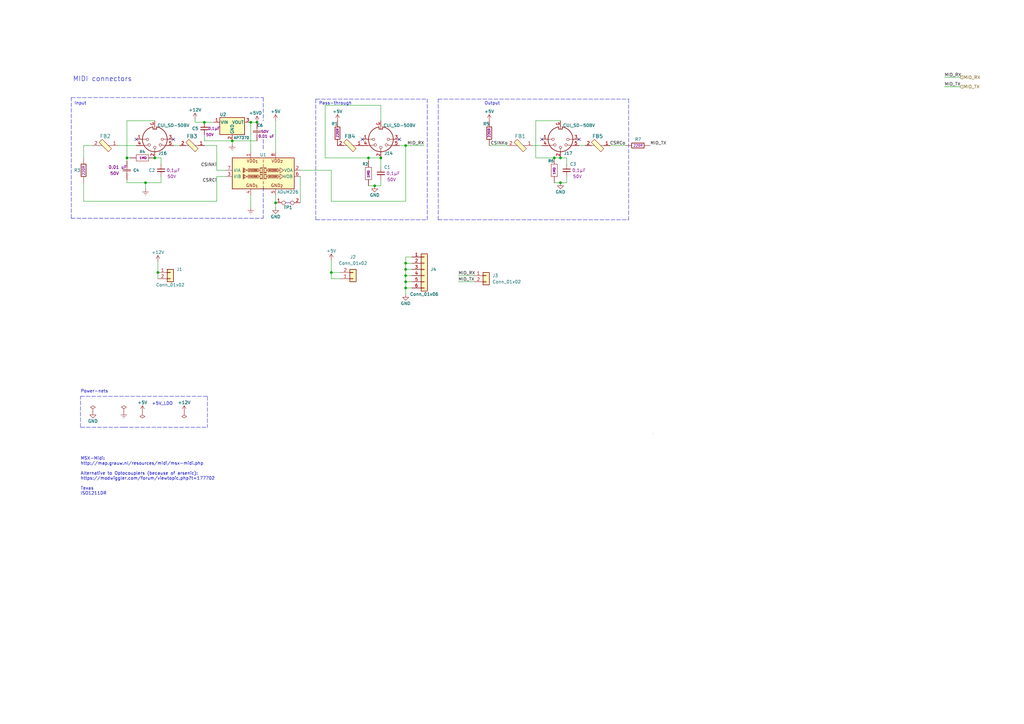
<source format=kicad_sch>
(kicad_sch (version 20211123) (generator eeschema)
  (paper "A3")
  (lib_symbols
    (symbol "Connector:TestPoint_2Pole" (pin_names (offset 0.762) hide)
      (property "Reference" "TP" (at 0 1.524 0))
      (property "Value" "TestPoint_2Pole" (at 0 -1.778 0))
      (symbol "TestPoint_2Pole_0_1"
        (circle (center -1.778 0) (radius 0.762))
        (circle (center 1.778 0) (radius 0.762))
        (pin passive line (at -5.08 0 0) (length 2.54) (name "1") (number "1"))
        (pin passive line (at 5.08 0 180) (length 2.54) (name "2") (number "2"))
      )
    )
    (symbol "Connector_Generic:Conn_01x02" (pin_names (offset 1.016) hide)
      (property "Reference" "J" (at 0 2.54 0))
      (property "Value" "Conn_01x02" (at 0 -5.08 0))
      (symbol "Conn_01x02_1_1"
        (rectangle (start -1.27 -2.413) (end 0 -2.667) (stroke (width 0.1524)))
        (rectangle (start -1.27 0.127) (end 0 -0.127) (stroke (width 0.1524)))
        (rectangle (start -1.27 1.27) (end 1.27 -3.81) (stroke (width 0.254)) (fill (type background)))
        (pin passive line (at -5.08 0 0) (length 3.81) (name "Pin_1") (number "1"))
        (pin passive line (at -5.08 -2.54 0) (length 3.81) (name "Pin_2") (number "2"))
      )
    )
    (symbol "Connector_Generic:Conn_01x06" (pin_names (offset 1.016) hide)
      (property "Reference" "J" (at 0 7.62 0))
      (property "Value" "Conn_01x06" (at 0 -10.16 0))
      (symbol "Conn_01x06_1_1"
        (rectangle (start -1.27 -7.493) (end 0 -7.747) (stroke (width 0.1524)))
        (rectangle (start -1.27 -4.953) (end 0 -5.207) (stroke (width 0.1524)))
        (rectangle (start -1.27 -2.413) (end 0 -2.667) (stroke (width 0.1524)))
        (rectangle (start -1.27 0.127) (end 0 -0.127) (stroke (width 0.1524)))
        (rectangle (start -1.27 2.667) (end 0 2.413) (stroke (width 0.1524)))
        (rectangle (start -1.27 5.207) (end 0 4.953) (stroke (width 0.1524)))
        (rectangle (start -1.27 6.35) (end 1.27 -8.89) (stroke (width 0.254)) (fill (type background)))
        (pin passive line (at -5.08 5.08 0) (length 3.81) (name "Pin_1") (number "1"))
        (pin passive line (at -5.08 2.54 0) (length 3.81) (name "Pin_2") (number "2"))
        (pin passive line (at -5.08 0 0) (length 3.81) (name "Pin_3") (number "3"))
        (pin passive line (at -5.08 -2.54 0) (length 3.81) (name "Pin_4") (number "4"))
        (pin passive line (at -5.08 -5.08 0) (length 3.81) (name "Pin_5") (number "5"))
        (pin passive line (at -5.08 -7.62 0) (length 3.81) (name "Pin_6") (number "6"))
      )
    )
    (symbol "LRJ-parts:ADuM226"
      (property "Reference" "U" (at -11.43 11.43 0))
      (property "Value" "ADuM226" (at 10.16 10.16 0))
      (symbol "ADuM226_0_0"
        (text "GND_{1}" (at -4.572 -3.683 0) (effects (font (size 1.27 1.27))))
        (text "GND_{2}" (at 5.588 -3.683 0) (effects (font (size 1.27 1.27))))
        (text "VDD_{1}" (at -4.445 6.35 0) (effects (font (size 1.27 1.27))))
        (text "VDD_{2}" (at 5.715 6.35 0) (effects (font (size 1.27 1.27))))
      )
      (symbol "ADuM226_1_0"
        (rectangle (start -6.223 -0.635) (end -1.905 0.635))
        (rectangle (start -1.27 -1.016) (end 1.27 1.016))
        (rectangle (start -1.27 3.556) (end 1.27 1.524))
        (arc (start -0.508 -0.762) (mid -0.254 -0.508) (end -0.508 -0.254))
        (arc (start -0.508 -0.254) (mid -0.254 0) (end -0.508 0.254))
        (arc (start -0.508 0.254) (mid -0.254 0.508) (end -0.508 0.762))
        (arc (start -0.508 1.778) (mid -0.254 2.032) (end -0.508 2.286))
        (arc (start -0.508 2.286) (mid -0.254 2.54) (end -0.508 2.794))
        (arc (start -0.508 2.794) (mid -0.254 3.048) (end -0.508 3.302))
        (polyline (pts (xy -6.223 0) (xy -6.858 0)))
        (polyline (pts (xy -6.223 2.54) (xy -6.858 2.54)))
        (polyline (pts (xy -1.905 0) (xy -1.27 0)))
        (polyline (pts (xy -1.905 2.54) (xy -1.27 2.54)))
        (polyline (pts (xy -1.27 -0.762) (xy -0.508 -0.762)))
        (polyline (pts (xy -1.27 0.762) (xy -0.508 0.762)))
        (polyline (pts (xy -1.27 1.778) (xy -0.508 1.778)))
        (polyline (pts (xy -1.27 3.302) (xy -0.508 3.302)))
        (polyline (pts (xy 0 -3.81) (xy 0 -5.08)))
        (polyline (pts (xy 0 -1.905) (xy 0 -3.175)))
        (polyline (pts (xy 0 3.81) (xy 0 5.08)))
        (polyline (pts (xy 0 6.985) (xy 0 5.715)))
        (polyline (pts (xy 1.27 -0.762) (xy 0.508 -0.762)))
        (polyline (pts (xy 1.27 0.762) (xy 0.508 0.762)))
        (polyline (pts (xy 1.27 1.778) (xy 0.508 1.778)))
        (polyline (pts (xy 1.27 3.302) (xy 0.508 3.302)))
        (polyline (pts (xy 1.905 0) (xy 1.27 0)))
        (polyline (pts (xy 1.905 2.54) (xy 1.27 2.54)))
        (polyline (pts (xy 6.223 0) (xy 6.858 0)))
        (polyline (pts (xy 6.223 2.54) (xy 6.858 2.54)))
        (arc (start 0.508 -0.254) (mid 0.254 -0.508) (end 0.508 -0.762))
        (arc (start 0.508 0.254) (mid 0.254 0) (end 0.508 -0.254))
        (arc (start 0.508 0.762) (mid 0.254 0.508) (end 0.508 0.254))
        (arc (start 0.508 2.286) (mid 0.254 2.032) (end 0.508 1.778))
        (arc (start 0.508 2.794) (mid 0.254 2.54) (end 0.508 2.286))
        (arc (start 0.508 3.302) (mid 0.254 3.048) (end 0.508 2.794))
        (rectangle (start 1.905 3.175) (end 6.223 1.905))
        (text "DECODE" (at 4.064 0 0) (effects (font (size 0.635 0.635))))
        (text "DECODE" (at 4.064 2.54 0) (effects (font (size 0.635 0.635))))
        (text "ENCODE" (at -4.064 0 0) (effects (font (size 0.635 0.635))))
        (text "ENCODE" (at -4.064 2.54 0) (effects (font (size 0.635 0.635))))
      )
      (symbol "ADuM226_1_1"
        (rectangle (start -12.7 -5.08) (end 12.7 7.62) (stroke (width 0.254)) (fill (type background)))
        (rectangle (start -1.905 3.175) (end -6.223 1.905))
        (polyline (pts (xy -8.001 0.508) (xy -7.62 0.508)))
        (polyline (pts (xy -8.001 3.048) (xy -7.62 3.048)))
        (polyline (pts (xy -8.0518 -0.508) (xy -7.7978 -0.508) (xy -7.7978 0.508)))
        (polyline (pts (xy -8.0518 2.032) (xy -7.7978 2.032) (xy -7.7978 3.048)))
        (polyline (pts (xy -8.001 0.508) (xy -8.001 -0.508) (xy -8.128 -0.508)))
        (polyline (pts (xy -8.001 3.048) (xy -8.001 2.032) (xy -8.128 2.032)))
        (polyline (pts (xy -6.731 0) (xy -8.255 1.016) (xy -8.255 -1.016) (xy -6.731 0)))
        (polyline (pts (xy -6.731 2.54) (xy -8.255 3.556) (xy -8.255 1.524) (xy -6.731 2.54)))
        (polyline (pts (xy 8.382 0) (xy 6.858 1.016) (xy 6.858 -1.016) (xy 8.382 0)))
        (polyline (pts (xy 8.382 2.54) (xy 6.858 3.556) (xy 6.858 1.524) (xy 8.382 2.54)))
        (rectangle (start 6.223 -0.635) (end 1.905 0.635))
        (pin power_in line (at -5.08 10.16 270) (length 2.54) (name "VDD1") (number "1"))
        (pin output line (at 15.24 2.54 180) (length 2.54) (name "VOA") (number "2"))
        (pin input line (at -15.24 0 0) (length 2.54) (name "VIB") (number "3"))
        (pin power_in line (at -5.08 -7.62 90) (length 2.54) (name "GND1") (number "4"))
        (pin power_in line (at 5.08 -7.62 90) (length 2.54) (name "GND2") (number "5"))
        (pin output line (at 15.24 0 180) (length 2.54) (name "VOB") (number "6"))
        (pin input line (at -15.24 2.54 0) (length 2.54) (name "VIA") (number "7"))
        (pin power_in line (at 5.08 10.16 270) (length 2.54) (name "VDD2") (number "8"))
      )
    )
    (symbol "LRJ-parts:AP7370" (pin_names (offset 0.254))
      (property "Reference" "U" (at -3.81 5.715 0))
      (property "Value" "AP7370" (at 0 5.715 0))
      (symbol "AP7370_0_1"
        (rectangle (start -5.08 4.445) (end 5.08 -2.54) (stroke (width 0.254)) (fill (type background)))
      )
      (symbol "AP7370_1_1"
        (pin power_in line (at -7.62 2.54 0) (length 2.54) (name "VIN") (number "1"))
        (pin power_in line (at 0 -5.08 90) (length 2.54) (name "GND") (number "2"))
        (pin power_out line (at 7.62 2.54 180) (length 2.54) (name "VOUT") (number "3"))
        (pin no_connect line (at -2.54 0 0) (length 2.54) hide (name "N/C") (number "4"))
        (pin no_connect line (at 2.54 0 180) (length 2.54) hide (name "N/C") (number "5"))
      )
    )
    (symbol "LRJ-parts:CUI_SD-50BV" (pin_names (offset 1.016))
      (property "Reference" "J" (at 3.175 5.715 0))
      (property "Value" "CUI_SD-50BV" (at 0 -12.7 0))
      (symbol "CUI_SD-50BV_0_1"
        (arc (start -5.08 0) (mid -3.8609 -3.3364) (end -0.762 -5.08) (stroke (width 0.254)))
        (circle (center -3.048 0) (radius 0.508))
        (circle (center -2.286 2.286) (radius 0.508))
        (polyline (pts (xy -5.08 0) (xy -3.556 0)))
        (polyline (pts (xy 0 -5.08) (xy 0 -4.191)))
        (polyline (pts (xy 0 5.08) (xy 0 3.81)))
        (polyline (pts (xy 5.08 0) (xy 3.556 0)))
        (polyline (pts (xy -5.08 2.54) (xy -4.318 2.54) (xy -2.794 2.286)))
        (polyline (pts (xy 5.08 2.54) (xy 4.318 2.54) (xy 2.794 2.286)))
        (polyline (pts (xy -0.762 -5.08) (xy -0.762 -4.191) (xy 0.762 -4.191) (xy 0.762 -5.08)) (stroke (width 0.254)))
        (circle (center 0 3.302) (radius 0.508))
        (arc (start 0.762 -5.08) (mid 3.8685 -3.343) (end 5.08 0) (stroke (width 0.254)))
        (circle (center 2.286 2.286) (radius 0.508))
        (circle (center 3.048 0) (radius 0.508))
        (arc (start 5.08 0) (mid 0 5.08) (end -5.08 0) (stroke (width 0.254)))
      )
      (symbol "CUI_SD-50BV_1_1"
        (pin passive line (at -7.62 0 0) (length 2.54) (name "~") (number "1"))
        (pin passive line (at 0 7.62 270) (length 2.54) (name "~") (number "2"))
        (pin passive line (at 7.62 0 180) (length 2.54) (name "~") (number "3"))
        (pin passive line (at -7.62 2.54 0) (length 2.54) (name "~") (number "4"))
        (pin passive line (at 7.62 2.54 180) (length 2.54) (name "~") (number "5"))
        (pin input line (at 0 -7.62 90) (length 2.54) (name "G") (number "G"))
      )
    )
    (symbol "LRJ-parts:C_CL10B104KB8NNNL" (pin_numbers hide) (pin_names (offset 0.254) hide)
      (property "Reference" "C" (at 0.254 1.778 0))
      (property "Value" "C_CL10B104KB8NNNL" (at 0.254 -2.032 0))
      (property "Capacitance " " 0,1µF" (at -6.35 0 0))
      (property "Voltage Rating " "50V" (at -6.35 -2.54 0))
      (symbol "C_CL10B104KB8NNNL_0_1"
        (polyline (pts (xy -1.524 -0.508) (xy 1.524 -0.508)) (stroke (width 0.3302)))
        (polyline (pts (xy -1.524 0.508) (xy 1.524 0.508)) (stroke (width 0.3048)))
      )
      (symbol "C_CL10B104KB8NNNL_1_1"
        (pin passive line (at 0 2.54 270) (length 2.032) (name "~") (number "1"))
        (pin passive line (at 0 -2.54 90) (length 2.032) (name "~") (number "2"))
      )
    )
    (symbol "LRJ-parts:C_CL21B103KBANNNC" (pin_numbers hide) (pin_names (offset 1.016) hide)
      (property "Reference" "C" (at 1.524 2.921 0))
      (property "MPN" "CL21B103KBANNNC" (at -11.43 0 0))
      (symbol "C_CL21B103KBANNNC_1_1"
        (polyline (pts (xy -1.651 -0.254) (xy 1.524 -0.254)) (stroke (width 0.2032)))
        (polyline (pts (xy -1.651 0.254) (xy 1.524 0.254)) (stroke (width 0.2032)))
        (polyline (pts (xy 0 -1.27) (xy 0 -0.254)))
        (polyline (pts (xy 0 1.27) (xy 0 0.254)))
        (pin passive line (at 0 3.81 270) (length 2.54) (name "1") (number "1"))
        (pin passive line (at 0 -3.81 90) (length 2.54) (name "2") (number "2"))
      )
    )
    (symbol "LRJ-parts:L_ferrite_BLM18KG102SZ1D" (pin_names (offset 1.016))
      (property "Reference" "FB" (at -3.81 3.81 0))
      (property "Value" "L_ferrite_BLM18KG102SZ1D" (at 0 -3.81 0))
      (symbol "L_ferrite_BLM18KG102SZ1D_0_1"
        (polyline (pts (xy -1.27 0) (xy -2.54 0)))
        (polyline (pts (xy 1.27 0) (xy 2.54 0)))
        (polyline (pts (xy -1.27 2.54) (xy -2.54 1.27) (xy 1.27 -2.54) (xy 2.54 -1.27) (xy -1.27 2.54)) (fill (type background)))
      )
      (symbol "L_ferrite_BLM18KG102SZ1D_1_1"
        (pin passive line (at -5.08 0 0) (length 2.54) (name "~") (number "1"))
        (pin passive line (at 5.08 0 180) (length 2.54) (name "~") (number "2"))
      )
    )
    (symbol "LRJ-parts:R_CRGP0603F220R" (pin_numbers hide) (pin_names (offset 0))
      (property "Reference" "R" (at 2.032 0 90))
      (property "Resistance" "220R" (at 0 0 90))
      (symbol "R_CRGP0603F220R_0_1"
        (rectangle (start -1.016 -2.54) (end 1.016 2.54) (stroke (width 0.254)))
      )
      (symbol "R_CRGP0603F220R_1_1"
        (pin passive line (at 0 5.08 270) (length 2.54) (name "~") (number "1"))
        (pin passive line (at 0 -5.08 90) (length 2.54) (name "~") (number "2"))
      )
    )
    (symbol "LRJ-parts:R_ERJ-3GEYJ105V" (pin_numbers hide) (pin_names (offset 1.016) hide)
      (property "Reference" "R" (at -5.08 1.27 0))
      (property "Value" "R_ERJ-3GEYJ105V" (at -10.16 -3.81 0))
      (property "Resistance" "1MΩ" (at 0 0 0))
      (symbol "R_ERJ-3GEYJ105V_0_1"
        (rectangle (start -2.54 1.27) (end 2.54 -1.27))
      )
      (symbol "R_ERJ-3GEYJ105V_1_1"
        (pin passive line (at -5.08 0 0) (length 2.54) (name "1") (number "1"))
        (pin passive line (at 5.08 0 180) (length 2.54) (name "2") (number "2"))
      )
    )
    (symbol "power:+12V" (power) (pin_names (offset 0))
      (property "Value" "+12V" (at 0 3.556 0))
      (symbol "+12V_0_1"
        (polyline (pts (xy -0.762 1.27) (xy 0 2.54)))
        (polyline (pts (xy 0 0) (xy 0 2.54)))
        (polyline (pts (xy 0 2.54) (xy 0.762 1.27)))
      )
      (symbol "+12V_1_1"
        (pin power_in line (at 0 0 90) (length 0) hide (name "+12V") (number "1"))
      )
    )
    (symbol "power:+5V" (power) (pin_names (offset 0))
      (property "Value" "+5V" (at 0 3.556 0))
      (symbol "+5V_0_1"
        (polyline (pts (xy -0.762 1.27) (xy 0 2.54)))
        (polyline (pts (xy 0 0) (xy 0 2.54)))
        (polyline (pts (xy 0 2.54) (xy 0.762 1.27)))
      )
      (symbol "+5V_1_1"
        (pin power_in line (at 0 0 90) (length 0) hide (name "+5V") (number "1"))
      )
    )
    (symbol "power:+5VD" (power) (pin_names (offset 0))
      (property "Value" "+5VD" (at 0 3.556 0))
      (symbol "+5VD_0_1"
        (polyline (pts (xy -0.762 1.27) (xy 0 2.54)))
        (polyline (pts (xy 0 0) (xy 0 2.54)))
        (polyline (pts (xy 0 2.54) (xy 0.762 1.27)))
      )
      (symbol "+5VD_1_1"
        (pin power_in line (at 0 0 90) (length 0) hide (name "+5VD") (number "1"))
      )
    )
    (symbol "power:Earth" (power) (pin_names (offset 0))
      (symbol "Earth_0_1"
        (polyline (pts (xy -0.635 -1.905) (xy 0.635 -1.905)))
        (polyline (pts (xy -0.127 -2.54) (xy 0.127 -2.54)))
        (polyline (pts (xy 0 -1.27) (xy 0 0)))
        (polyline (pts (xy 1.27 -1.27) (xy -1.27 -1.27)))
      )
      (symbol "Earth_1_1"
        (pin power_in line (at 0 0 270) (length 0) hide (name "Earth") (number "1"))
      )
    )
    (symbol "power:GND" (power) (pin_names (offset 0))
      (property "Value" "GND" (at 0 -3.81 0))
      (symbol "GND_0_1"
        (polyline (pts (xy 0 0) (xy 0 -1.27) (xy 1.27 -1.27) (xy 0 -2.54) (xy -1.27 -1.27) (xy 0 -1.27)))
      )
      (symbol "GND_1_1"
        (pin power_in line (at 0 0 270) (length 0) hide (name "GND") (number "1"))
      )
    )
    (symbol "power:PWR_FLAG" (power) (pin_numbers hide) (pin_names (offset 0) hide)
      (property "Value" "PWR_FLAG" (at 0 3.81 0))
      (symbol "PWR_FLAG_0_0"
        (pin power_out line (at 0 0 90) (length 0) (name "pwr") (number "1"))
      )
      (symbol "PWR_FLAG_0_1"
        (polyline (pts (xy 0 0) (xy 0 1.27) (xy -1.016 1.905) (xy 0 2.54) (xy 1.016 1.905) (xy 0 1.27)))
      )
    )
  )
  (junction (at 63.5 64.77))
  (junction (at 113.03 83.185))
  (junction (at 59.69 74.93))
  (junction (at 151.13 64.77))
  (junction (at 64.77 111.76))
  (junction (at 83.82 50.165))
  (junction (at 166.37 115.57))
  (junction (at 166.37 59.69))
  (junction (at 166.37 118.11))
  (junction (at 156.21 64.77))
  (junction (at 229.87 64.77))
  (junction (at 166.37 107.95))
  (junction (at 102.87 50.165))
  (junction (at 166.37 110.49))
  (junction (at 153.67 76.2))
  (junction (at 52.07 64.77))
  (junction (at 135.89 111.76))
  (junction (at 227.33 64.77))
  (junction (at 105.41 50.165))
  (junction (at 95.25 57.785))
  (junction (at 229.87 74.93))
  (junction (at 166.37 113.03))
  (no_connect (at 163.83 57.15))
  (no_connect (at 71.12 57.15))
  (no_connect (at 237.49 57.15))
  (no_connect (at 148.59 57.15))
  (no_connect (at 55.88 57.15))
  (no_connect (at 222.25 57.15))
  (wire (pts (xy 63.5 64.77) (xy 66.04 64.77)))
  (polyline (pts (xy 50.8 175.26) (xy 85.09 175.26)))
  (wire (pts (xy 135.89 111.76) (xy 139.7 111.76)))
  (wire (pts (xy 219.71 64.77) (xy 227.33 64.77)))
  (wire (pts (xy 48.26 59.69) (xy 55.88 59.69)))
  (wire (pts (xy 187.96 113.03) (xy 194.31 113.03)))
  (wire (pts (xy 113.03 49.53) (xy 113.03 62.23)))
  (wire (pts (xy 387.35 31.75) (xy 393.7 31.75)))
  (wire (pts (xy 113.03 80.01) (xy 113.03 83.185)))
  (polyline (pts (xy 107.95 57.15) (xy 107.95 61.595)))
  (wire (pts (xy 52.07 64.77) (xy 53.34 64.77)))
  (wire (pts (xy 163.83 59.69) (xy 166.37 59.69)))
  (polyline (pts (xy 117.094 83.185) (xy 119.126 83.185)) (stroke (width 0) (type solid)))
  (polyline (pts (xy 129.54 90.17) (xy 175.26 90.17)))
  (polyline (pts (xy 29.21 40.005) (xy 107.95 40.005)))
  (wire (pts (xy 64.77 107.315) (xy 64.77 111.76)))
  (wire (pts (xy 166.37 110.49) (xy 166.37 113.03)))
  (wire (pts (xy 232.41 74.93) (xy 229.87 74.93)))
  (polyline (pts (xy 33.02 175.26) (xy 33.02 162.56)))
  (wire (pts (xy 95.25 57.785) (xy 83.82 57.785)))
  (wire (pts (xy 83.82 59.69) (xy 88.9 59.69)))
  (polyline (pts (xy 85.09 162.56) (xy 85.09 175.26)))
  (polyline (pts (xy 179.705 90.17) (xy 179.705 40.64)))
  (polyline (pts (xy 129.54 40.64) (xy 175.26 40.64)))
  (polyline (pts (xy 267.97 177.8) (xy 267.97 177.8)))
  (wire (pts (xy 135.89 82.55) (xy 166.37 82.55)))
  (wire (pts (xy 229.87 64.77) (xy 232.41 64.77)))
  (wire (pts (xy 71.12 59.69) (xy 73.66 59.69)))
  (wire (pts (xy 34.29 74.93) (xy 34.29 82.55)))
  (wire (pts (xy 135.89 111.76) (xy 135.89 114.3)))
  (polyline (pts (xy 129.54 40.64) (xy 129.54 90.17)))
  (wire (pts (xy 256.54 59.69) (xy 250.19 59.69)))
  (polyline (pts (xy 33.02 162.56) (xy 85.09 162.56)))
  (wire (pts (xy 166.37 118.11) (xy 166.37 115.57)))
  (polyline (pts (xy 29.21 89.535) (xy 29.21 40.005)))
  (wire (pts (xy 133.35 64.77) (xy 151.13 64.77)))
  (wire (pts (xy 135.89 114.3) (xy 139.7 114.3)))
  (wire (pts (xy 59.69 74.93) (xy 66.04 74.93)))
  (wire (pts (xy 156.21 43.18) (xy 133.35 43.18)))
  (wire (pts (xy 232.41 67.31) (xy 232.41 64.77)))
  (wire (pts (xy 227.33 64.77) (xy 229.87 64.77)))
  (polyline (pts (xy 107.95 40.005) (xy 107.95 49.53)))
  (wire (pts (xy 95.25 57.785) (xy 95.25 59.055)))
  (wire (pts (xy 232.41 72.39) (xy 232.41 74.93)))
  (wire (pts (xy 88.9 82.55) (xy 88.9 72.39)))
  (wire (pts (xy 200.66 59.69) (xy 208.28 59.69)))
  (wire (pts (xy 227.33 74.93) (xy 229.87 74.93)))
  (wire (pts (xy 88.9 59.69) (xy 88.9 69.85)))
  (wire (pts (xy 52.07 49.53) (xy 52.07 64.77)))
  (wire (pts (xy 123.19 72.39) (xy 123.19 83.185)))
  (wire (pts (xy 34.29 82.55) (xy 88.9 82.55)))
  (wire (pts (xy 133.35 43.18) (xy 133.35 64.77)))
  (wire (pts (xy 52.07 73.66) (xy 52.07 74.93)))
  (wire (pts (xy 95.25 57.785) (xy 105.41 57.785)))
  (wire (pts (xy 66.04 67.31) (xy 66.04 64.77)))
  (wire (pts (xy 52.07 74.93) (xy 59.69 74.93)))
  (wire (pts (xy 83.82 50.165) (xy 87.63 50.165)))
  (wire (pts (xy 219.71 49.53) (xy 219.71 64.77)))
  (wire (pts (xy 135.89 69.85) (xy 135.89 82.55)))
  (wire (pts (xy 166.37 107.95) (xy 166.37 110.49)))
  (wire (pts (xy 166.37 105.41) (xy 166.37 107.95)))
  (wire (pts (xy 102.87 50.165) (xy 105.41 50.165)))
  (wire (pts (xy 156.21 73.66) (xy 156.21 76.2)))
  (polyline (pts (xy 107.95 76.835) (xy 107.95 89.535)))
  (wire (pts (xy 59.69 74.93) (xy 59.69 77.47)))
  (polyline (pts (xy 29.21 89.535) (xy 107.95 89.535)))
  (wire (pts (xy 237.49 59.69) (xy 240.03 59.69)))
  (wire (pts (xy 166.37 59.69) (xy 166.37 82.55)))
  (wire (pts (xy 80.01 48.895) (xy 80.01 50.165)))
  (wire (pts (xy 166.37 115.57) (xy 166.37 113.03)))
  (wire (pts (xy 34.29 59.69) (xy 34.29 64.77)))
  (polyline (pts (xy 179.705 40.64) (xy 257.81 40.64)))
  (wire (pts (xy 166.37 105.41) (xy 168.91 105.41)))
  (wire (pts (xy 34.29 59.69) (xy 38.1 59.69)))
  (wire (pts (xy 52.07 64.77) (xy 52.07 66.04)))
  (wire (pts (xy 66.04 72.39) (xy 66.04 74.93)))
  (wire (pts (xy 156.21 43.18) (xy 156.21 49.53)))
  (wire (pts (xy 387.35 35.56) (xy 393.7 35.56)))
  (polyline (pts (xy 50.8 175.26) (xy 33.02 175.26)))
  (wire (pts (xy 168.91 118.11) (xy 166.37 118.11)))
  (wire (pts (xy 123.19 69.85) (xy 135.89 69.85)))
  (wire (pts (xy 151.13 64.77) (xy 156.21 64.77)))
  (wire (pts (xy 151.13 64.77) (xy 151.13 66.04)))
  (wire (pts (xy 88.9 72.39) (xy 92.71 72.39)))
  (wire (pts (xy 135.89 106.68) (xy 135.89 111.76)))
  (wire (pts (xy 166.37 110.49) (xy 168.91 110.49)))
  (wire (pts (xy 113.03 83.185) (xy 113.03 85.09)))
  (wire (pts (xy 83.82 55.245) (xy 83.82 57.785)))
  (wire (pts (xy 166.37 59.69) (xy 173.99 59.69)))
  (wire (pts (xy 166.37 118.11) (xy 166.37 120.65)))
  (polyline (pts (xy 179.705 90.17) (xy 257.81 90.17)))
  (wire (pts (xy 218.44 59.69) (xy 222.25 59.69)))
  (wire (pts (xy 80.01 50.165) (xy 83.82 50.165)))
  (wire (pts (xy 64.77 111.76) (xy 64.77 114.3)))
  (wire (pts (xy 229.87 49.53) (xy 219.71 49.53)))
  (polyline (pts (xy 257.81 40.64) (xy 257.81 90.17)))
  (wire (pts (xy 88.9 69.85) (xy 92.71 69.85)))
  (wire (pts (xy 166.37 113.03) (xy 168.91 113.03)))
  (polyline (pts (xy 175.26 90.17) (xy 175.26 40.64)))
  (wire (pts (xy 151.13 76.2) (xy 153.67 76.2)))
  (wire (pts (xy 168.91 115.57) (xy 166.37 115.57)))
  (wire (pts (xy 102.87 80.01) (xy 102.87 85.09)))
  (wire (pts (xy 156.21 64.77) (xy 156.21 68.58)))
  (wire (pts (xy 166.37 107.95) (xy 168.91 107.95)))
  (wire (pts (xy 153.67 76.2) (xy 156.21 76.2)))
  (wire (pts (xy 187.96 115.57) (xy 194.31 115.57)))
  (wire (pts (xy 102.87 50.165) (xy 102.87 62.23)))
  (wire (pts (xy 63.5 49.53) (xy 52.07 49.53)))
  (text "MIDI connectors" (at 29.845 33.655 0) (effects (font (size 2 2)) (justify left bottom)))
  (text "+5V_LDO" (at 62.23 166.37 0) (effects (font (size 1.27 1.27)) (justify left bottom)))
  (text "Output" (at 205.105 43.18 180) (effects (font (size 1.27 1.27)) (justify right bottom)))
  (text "Input" (at 30.48 43.18 0) (effects (font (size 1.27 1.27)) (justify left bottom)))
  (text "Power-nets" (at 33.02 161.29 0) (effects (font (size 1.27 1.27)) (justify left bottom)))
  (text "MSX-Midi:\nhttp://map.grauw.nl/resources/midi/msx-midi.php\n\nAlternative to Optocouplers (because of arsenic):\nhttps://modwiggler.com/forum/viewtopic.php?t=177702\n\nTexas\nISO1211DR" (at 33.02 203.2 0) (effects (font (size 1.27 1.27)) (justify left bottom)))
  (text "Pass-through" (at 130.81 43.18 0) (effects (font (size 1.27 1.27)) (justify left bottom)))
  (label "MID_TX" (at 187.96 115.57 0))
  (label "MID_RX" (at 187.96 113.03 0))
  (label "MID_RX" (at 387.35 31.75 0))
  (label "CSRCo" (at 256.54 59.69 180))
  (label "CSINKi" (at 88.9 68.58 180))
  (label "CSRCi" (at 88.9 74.93 180))
  (label "CSINKo" (at 208.28 59.69 180))
  (label "MID_TX" (at 266.7 59.69 0))
  (label "MID_RX" (at 173.99 59.69 180))
  (label "MID_TX" (at 387.35 35.56 0))
  (hierarchical_label "MID_RX" (shape input) (at 393.7 31.75 0))
  (hierarchical_label "MID_TX" (shape input) (at 393.7 35.56 0))
  (symbol (lib_id "LRJ-parts:R_ERJ-3GEYJ105V") (at 151.13 71.12 90) (unit 1)
    (property "Reference" "R2" (at 148.59 67.31 90) (effects (font (size 1.143 1.143)) (justify right)))
    (property "Value" "R_ERJ-3GEYJ105V" (effects hide))
    (property "Footprint" "Resistor_SMD:R_0603_1608Metric" (effects hide))
    (property "Datasheet" "https://industrial.panasonic.com/ww/products/pt/general-purpose-chip-resistors/models/ERJ3GEYJ105V" (effects hide))
    (property "Manufacturer" "Panasonic Electronic Components" (effects hide))
    (property "MPN" "ERJ-3GEYJ105V" (effects hide))
    (property "Resistance" "1MΩ" (at 151.13 69.85 0) (effects (font (size 0.889 0.889)) (justify right)))
    (property "Voltage rating" "75V" (effects hide))
    (property "Operating Temperature " " -55°C to +155°C" (effects hide))
    (property "Status" "Active" (effects hide))
    (property "Mounting type" "SMD" (effects hide))
  )
  (symbol (lib_id "LRJ-parts:CUI_SD-50BV") (at 229.87 57.15 0) (mirror x) (unit 1)
    (property "Reference" "J17" (at 233.045 62.865 0))
    (property "Value" "CUI_SD-50BV" (at 237.49 51.435 0))
    (property "Footprint" "LRJ:Jack_DIN_CUI_SD-50BV_Vertical" (effects hide))
    (property "Datasheet" "https://www.cuidevices.com/product/resource/sd-bv-series.pdf" (effects hide))
    (property "Manufacturer" "CUI Devices" (effects hide))
    (property "MPN" "SD-50BV" (effects hide))
    (property "Status" "Active" (effects hide))
    (property "Voltage Rating" "24V" (effects hide))
    (property "Current Rating" "1A" (effects hide))
  )
  (symbol (lib_id "LRJ-parts:R_CRGP0603F220R") (at 200.66 54.61 0) (unit 1)
    (property "Reference" "R5" (at 198.12 50.8 0) (effects (justify left)))
    (property "Value" "R_CRGP0603F220R" (effects hide))
    (property "Footprint" "Resistor_SMD:R_0603_1608Metric" (effects hide))
    (property "Datasheet" "https://www.te.com/commerce/DocumentDelivery/DDEController?Action=srchrtrv&DocNm=9-1773463-9&DocType=DS&DocLang=English" (effects hide))
    (property "Resistance" "220R" (at 200.66 56.515 90) (effects (font (size 0.9906 0.9906)) (justify left)))
    (property "Power (Watts) " " 0.25W, 1/4W" (effects hide))
    (property "Operating Temperature " " -55°C to 155°C " (effects hide))
    (property "MPN" "CRGP0603F220R" (effects hide))
    (property "Manufacturer" "TE Connectivity" (effects hide))
  )
  (symbol (lib_id "power:+12V") (at 75.565 168.91 0) (unit 1)
    (property "Reference" "#PWR0109" (effects hide))
    (property "Value" "+12V" (at 75.565 165.1 0))
  )
  (symbol (lib_id "power:+5V") (at 200.66 49.53 0) (unit 1)
    (property "Reference" "#PWR0103" (effects hide))
    (property "Value" "+5V" (at 200.66 45.72 0))
  )
  (symbol (lib_id "Connector_Generic:Conn_01x06") (at 173.99 110.49 0) (unit 1)
    (property "Reference" "J4" (at 176.53 110.4899 0) (effects (justify left)))
    (property "Value" "Conn_01x06" (at 173.99 120.65 0))
    (property "Footprint" "Connector_PinHeader_1.27mm:PinHeader_1x06_P1.27mm_Horizontal" (effects hide))
  )
  (symbol (lib_id "LRJ-parts:C_CL21B103KBANNNC") (at 105.41 53.975 0) (unit 1)
    (property "Reference" "C6" (at 105.41 51.435 0) (effects (font (size 1.143 1.143)) (justify left)))
    (property "Value" "C_CL21B103KBANNNC" (effects hide))
    (property "Footprint" "Capacitor_SMD:C_0805_2012Metric" (effects hide))
    (property "Datasheet" "https://www.vishay.com/docs/45199/vjcommercialseries.pdf" (effects hide))
    (property "Manufacturer" "Samsung Electro-Mechanics" (effects hide))
    (property "MPN" "CL21B103KBANNNC" (effects hide))
    (property "Mouser datasheet" "https://www.mouser.se/datasheet/2/427/vjcommercialseries-1764145.pdf" (effects hide))
    (property "Capacitance" "0.01 uF" (at 109.22 55.88 0) (effects (font (size 1.1 1.1))))
    (property "Voltage rating" "50V" (at 108.585 53.975 0) (effects (font (size 1.1 1.1))))
    (property "Temperature Coefficient " "X7R" (effects hide))
    (property "Mounting type" "SMD" (effects hide))
    (property "Status" "Active" (effects hide))
    (property "Price" "€0,08" (effects hide))
  )
  (symbol (lib_id "power:+5V") (at 58.42 168.91 0) (unit 1)
    (property "Reference" "#PWR0107" (effects hide))
    (property "Value" "+5V" (at 58.42 165.1 0))
  )
  (symbol (lib_id "power:+12V") (at 80.01 48.895 0) (unit 1)
    (property "Reference" "#PWR02" (effects hide))
    (property "Value" "+12V" (at 80.01 45.085 0))
  )
  (symbol (lib_id "LRJ-parts:C_CL10B104KB8NNNL") (at 83.82 52.705 0) (unit 1)
    (property "Reference" "C5" (at 78.74 52.705 0) (effects (justify left)))
    (property "Value" "C_CL10B104KB8NNNL" (effects hide))
    (property "Footprint" "Capacitor_SMD:C_0603_1608Metric_Pad1.08x0.95mm_HandSolder" (effects hide))
    (property "Datasheet" "http://product.samsungsem.com/mlcc/CL10B104KB8NNN.do" (effects hide))
    (property "Capacitance " " 0,1µF" (at 84.455 52.705 0) (effects (font (size 1.1 1.1)) (justify left)))
    (property "Tolerance" " ±10% " (effects hide))
    (property "Temperature Coefficient " "X7R" (effects hide))
    (property "Operating Temperature " " -55°C to +125°C " (effects hide))
    (property "Package" "1608 Metric" (effects hide))
    (property "Voltage Rating " "50V" (at 84.455 55.245 0) (effects (font (size 1.1 1.1)) (justify left)))
    (property "DK_Datasheet" "https://media.digikey.com/pdf/Data%20Sheets/Samsung%20PDFs/CL_Series_MLCC_ds.pdf" (effects hide))
    (property "MPN" "CL10B104KB8NNNL" (effects hide))
    (property "Manufacturer" "Samsung Electro-Mechanics" (effects hide))
    (property "Mounting Type" "SMD" (effects hide))
  )
  (symbol (lib_id "power:GND") (at 229.87 74.93 0) (unit 1)
    (property "Reference" "#PWR0102" (effects hide))
    (property "Value" "GND" (at 229.87 78.74 0))
  )
  (symbol (lib_id "LRJ-parts:L_ferrite_BLM18KG102SZ1D") (at 213.36 59.69 180) (unit 1)
    (property "Reference" "FB1" (at 213.36 55.88 0) (effects (font (size 1.524 1.524))))
    (property "Value" "L_ferrite_BLM18KG102SZ1D" (effects hide))
    (property "Footprint" "Inductor_SMD:L_0603_1608Metric_Pad1.05x0.95mm_HandSolder" (effects hide))
    (property "Datasheet" "https://www.mouser.se/datasheet/2/281/QNFA9122-1915769.pdf" (effects hide))
    (property "MPN" "BLM18KG102SZ1D" (effects hide))
    (property "Category" "Filters" (effects hide))
    (property "Family" "Ferrite Beads and Chips" (effects hide))
    (property "Description" "FERRITE BEAD 1K OHM @100MHz" (effects hide))
    (property "Manufacturer" "Murata Electronics" (effects hide))
    (property "Status" "Active" (effects hide))
    (property "Max DC Current" "1A" (effects hide))
  )
  (symbol (lib_id "LRJ-parts:R_ERJ-3GEYJ105V") (at 227.33 69.85 90) (unit 1)
    (property "Reference" "R6" (at 224.79 66.04 90) (effects (font (size 1.143 1.143)) (justify right)))
    (property "Value" "R_ERJ-3GEYJ105V" (effects hide))
    (property "Footprint" "Resistor_SMD:R_0603_1608Metric" (effects hide))
    (property "Datasheet" "https://industrial.panasonic.com/ww/products/pt/general-purpose-chip-resistors/models/ERJ3GEYJ105V" (effects hide))
    (property "Manufacturer" "Panasonic Electronic Components" (effects hide))
    (property "MPN" "ERJ-3GEYJ105V" (effects hide))
    (property "Resistance" "1MΩ" (at 227.33 68.58 0) (effects (font (size 0.889 0.889)) (justify right)))
    (property "Voltage rating" "75V" (effects hide))
    (property "Operating Temperature " " -55°C to +155°C" (effects hide))
    (property "Status" "Active" (effects hide))
    (property "Mounting type" "SMD" (effects hide))
  )
  (symbol (lib_id "power:+5V") (at 113.03 49.53 0) (unit 1)
    (property "Reference" "#PWR0111" (effects hide))
    (property "Value" "+5V" (at 113.03 45.72 0))
  )
  (symbol (lib_id "LRJ-parts:ADuM226") (at 107.95 72.39 0) (unit 1)
    (property "Reference" "U1" (at 107.95 63.5 0))
    (property "Value" "ADuM226" (at 118.11 78.74 0))
    (property "Footprint" "Package_SO:SOIC-8_7.5x5.85mm_P1.27mm" (effects hide))
    (property "Datasheet" "https://www.analog.com/media/en/technical-documentation/data-sheets/ADuM220N-221N-225N-226N.pdf" (effects hide))
    (property "Manufacturer" "Analog Devices Inc." (effects hide))
    (property "MPN" "ADUM226N1BRIZ-RL" (effects hide))
  )
  (symbol (lib_id "power:+5V") (at 135.89 106.68 0) (unit 1)
    (property "Reference" "#PWR04" (effects hide))
    (property "Value" "+5V" (at 135.89 102.87 0))
  )
  (symbol (lib_id "power:Earth") (at 95.25 59.055 0) (unit 1)
    (property "Reference" "#PWR03" (effects hide))
    (property "Value" "Earth" (effects hide))
  )
  (symbol (lib_id "Connector_Generic:Conn_01x02") (at 144.78 114.3 0) (mirror x) (unit 1)
    (property "Reference" "J2" (at 144.78 105.41 0))
    (property "Value" "Conn_01x02" (at 144.78 107.95 0))
    (property "Footprint" "Connector_PinHeader_1.27mm:PinHeader_1x02_P1.27mm_Horizontal" (effects hide))
  )
  (symbol (lib_id "power:Earth") (at 50.8 168.91 0) (unit 1)
    (property "Reference" "#PWR01" (effects hide))
    (property "Value" "Earth" (effects hide))
  )
  (symbol (lib_id "power:GND") (at 38.1 168.91 0) (unit 1)
    (property "Reference" "#PWR0108" (effects hide))
    (property "Value" "GND" (at 38.1 172.72 0))
  )
  (symbol (lib_id "LRJ-parts:CUI_SD-50BV") (at 63.5 57.15 0) (mirror x) (unit 1)
    (property "Reference" "J16" (at 66.675 62.865 0))
    (property "Value" "CUI_SD-50BV" (at 71.12 51.435 0))
    (property "Footprint" "LRJ:Jack_DIN_CUI_SD-50BV_Vertical" (effects hide))
    (property "Datasheet" "https://www.cuidevices.com/product/resource/sd-bv-series.pdf" (effects hide))
    (property "Manufacturer" "CUI Devices" (effects hide))
    (property "MPN" "SD-50BV" (effects hide))
    (property "Status" "Active" (effects hide))
    (property "Voltage Rating" "24V" (effects hide))
    (property "Current Rating" "1A" (effects hide))
  )
  (symbol (lib_id "LRJ-parts:R_CRGP0603F220R") (at 138.43 54.61 0) (unit 1)
    (property "Reference" "R1" (at 135.89 50.8 0) (effects (justify left)))
    (property "Value" "R_CRGP0603F220R" (effects hide))
    (property "Footprint" "Resistor_SMD:R_0603_1608Metric" (effects hide))
    (property "Datasheet" "https://www.te.com/commerce/DocumentDelivery/DDEController?Action=srchrtrv&DocNm=9-1773463-9&DocType=DS&DocLang=English" (effects hide))
    (property "Resistance" "220R" (at 138.43 56.515 90) (effects (font (size 0.9906 0.9906)) (justify left)))
    (property "Power (Watts) " " 0.25W, 1/4W" (effects hide))
    (property "Operating Temperature " " -55°C to 155°C " (effects hide))
    (property "MPN" "CRGP0603F220R" (effects hide))
    (property "Manufacturer" "TE Connectivity" (effects hide))
  )
  (symbol (lib_id "LRJ-parts:R_CRGP0603F220R") (at 34.29 69.85 180) (unit 1)
    (property "Reference" "R3" (at 33.02 69.85 0) (effects (justify left)))
    (property "Value" "R_CRGP0603F220R" (effects hide))
    (property "Footprint" "Resistor_SMD:R_0603_1608Metric" (effects hide))
    (property "Datasheet" "https://www.te.com/commerce/DocumentDelivery/DDEController?Action=srchrtrv&DocNm=9-1773463-9&DocType=DS&DocLang=English" (effects hide))
    (property "Resistance" "220R" (at 34.29 67.945 90) (effects (font (size 0.9906 0.9906)) (justify left)))
    (property "Power (Watts) " " 0.25W, 1/4W" (effects hide))
    (property "Operating Temperature " " -55°C to 155°C " (effects hide))
    (property "MPN" "CRGP0603F220R" (effects hide))
    (property "Manufacturer" "TE Connectivity" (effects hide))
  )
  (symbol (lib_id "power:Earth") (at 102.87 85.09 0) (unit 1)
    (property "Reference" "#PWR0114" (effects hide))
    (property "Value" "Earth" (effects hide))
  )
  (symbol (lib_id "power:PWR_FLAG") (at 38.1 168.91 0) (unit 1)
    (property "Reference" "#FLG0103" (effects hide))
    (property "Value" "PWR_FLAG" (effects hide))
  )
  (symbol (lib_id "Connector_Generic:Conn_01x02") (at 69.85 111.76 0) (unit 1)
    (property "Reference" "J1" (at 72.39 110.4899 0) (effects (justify left)))
    (property "Value" "Conn_01x02" (at 69.85 116.84 0))
    (property "Footprint" "Connector_PinHeader_1.27mm:PinHeader_1x02_P1.27mm_Horizontal" (effects hide))
  )
  (symbol (lib_id "LRJ-parts:C_CL10B104KB8NNNL") (at 156.21 71.12 0) (unit 1)
    (property "Reference" "C1" (at 157.48 68.58 0) (effects (justify left)))
    (property "Value" "C_CL10B104KB8NNNL" (effects hide))
    (property "Footprint" "Capacitor_SMD:C_0603_1608Metric_Pad1.08x0.95mm_HandSolder" (effects hide))
    (property "Datasheet" "http://product.samsungsem.com/mlcc/CL10B104KB8NNN.do" (effects hide))
    (property "Capacitance " " 0,1µF" (at 157.48 71.12 0) (effects (justify left)))
    (property "Tolerance" " ±10% " (effects hide))
    (property "Temperature Coefficient " "X7R" (effects hide))
    (property "Operating Temperature " " -55°C to +125°C " (effects hide))
    (property "Package" "1608 Metric" (effects hide))
    (property "Voltage Rating " "50V" (at 158.75 73.66 0) (effects (justify left)))
    (property "DK_Datasheet" "https://media.digikey.com/pdf/Data%20Sheets/Samsung%20PDFs/CL_Series_MLCC_ds.pdf" (effects hide))
    (property "MPN" "CL10B104KB8NNNL" (effects hide))
    (property "Manufacturer" "Samsung Electro-Mechanics" (effects hide))
    (property "Mounting Type" "SMD" (effects hide))
  )
  (symbol (lib_id "LRJ-parts:L_ferrite_BLM18KG102SZ1D") (at 245.11 59.69 180) (unit 1)
    (property "Reference" "FB5" (at 245.11 55.88 0) (effects (font (size 1.524 1.524))))
    (property "Value" "L_ferrite_BLM18KG102SZ1D" (effects hide))
    (property "Footprint" "Inductor_SMD:L_0603_1608Metric_Pad1.05x0.95mm_HandSolder" (effects hide))
    (property "Datasheet" "https://www.mouser.se/datasheet/2/281/QNFA9122-1915769.pdf" (effects hide))
    (property "MPN" "BLM18KG102SZ1D" (effects hide))
    (property "Category" "Filters" (effects hide))
    (property "Family" "Ferrite Beads and Chips" (effects hide))
    (property "Description" "FERRITE BEAD 1K OHM @100MHz" (effects hide))
    (property "Manufacturer" "Murata Electronics" (effects hide))
    (property "Status" "Active" (effects hide))
    (property "Max DC Current" "1A" (effects hide))
  )
  (symbol (lib_id "LRJ-parts:R_ERJ-3GEYJ105V") (at 58.42 64.77 180) (unit 1)
    (property "Reference" "R4" (at 57.15 62.23 0) (effects (font (size 1.143 1.143)) (justify right)))
    (property "Value" "R_ERJ-3GEYJ105V" (effects hide))
    (property "Footprint" "Resistor_SMD:R_0603_1608Metric" (effects hide))
    (property "Datasheet" "https://industrial.panasonic.com/ww/products/pt/general-purpose-chip-resistors/models/ERJ3GEYJ105V" (effects hide))
    (property "Manufacturer" "Panasonic Electronic Components" (effects hide))
    (property "MPN" "ERJ-3GEYJ105V" (effects hide))
    (property "Resistance" "1MΩ" (at 57.15 64.77 0) (effects (font (size 0.889 0.889)) (justify right)))
    (property "Voltage rating" "75V" (effects hide))
    (property "Operating Temperature " " -55°C to +155°C" (effects hide))
    (property "Status" "Active" (effects hide))
    (property "Mounting type" "SMD" (effects hide))
  )
  (symbol (lib_id "LRJ-parts:AP7370") (at 95.25 52.705 0) (unit 1)
    (property "Reference" "U2" (at 91.44 46.99 0))
    (property "Value" "AP7370" (at 99.06 56.515 0) (effects (font (size 1.1 1.1))))
    (property "Footprint" "LRJ:DIODES_SOT-753_SC-74A" (effects hide))
    (property "Datasheet" "https://www.diodes.com/assets/Datasheets/AP7370.pdf" (effects hide))
    (property "Manufacturer" "Diodes Incorporated" (effects hide))
    (property "MPN" "AP7370-50WW-7" (effects hide))
  )
  (symbol (lib_id "power:+5VD") (at 105.41 50.165 0) (unit 1)
    (property "Reference" "#PWR0112" (effects hide))
    (property "Value" "+5VD" (at 104.775 46.355 0))
  )
  (symbol (lib_id "LRJ-parts:C_CL21B103KBANNNC") (at 52.07 69.85 0) (unit 1)
    (property "Reference" "C4" (at 54.61 69.85 0) (effects (font (size 1.143 1.143)) (justify left)))
    (property "Value" "C_CL21B103KBANNNC" (effects hide))
    (property "Footprint" "Capacitor_SMD:C_0805_2012Metric" (effects hide))
    (property "Datasheet" "https://www.vishay.com/docs/45199/vjcommercialseries.pdf" (effects hide))
    (property "Manufacturer" "Samsung Electro-Mechanics" (effects hide))
    (property "MPN" "CL21B103KBANNNC" (effects hide))
    (property "Mouser datasheet" "https://www.mouser.se/datasheet/2/427/vjcommercialseries-1764145.pdf" (effects hide))
    (property "Capacitance" "0.01 uF" (at 48.26 68.58 0))
    (property "Voltage rating" "50V" (at 46.99 71.12 0))
    (property "Temperature Coefficient " "X7R" (effects hide))
    (property "Mounting type" "SMD" (effects hide))
    (property "Status" "Active" (effects hide))
    (property "Price" "€0,08" (effects hide))
  )
  (symbol (lib_id "Connector_Generic:Conn_01x02") (at 199.39 113.03 0) (unit 1)
    (property "Reference" "J3" (at 201.93 113.0299 0) (effects (justify left)))
    (property "Value" "Conn_01x02" (at 201.93 115.5699 0) (effects (justify left)))
    (property "Footprint" "Connector_PinHeader_1.27mm:PinHeader_1x02_P1.27mm_Horizontal" (effects hide))
  )
  (symbol (lib_id "power:+12V") (at 64.77 107.315 0) (unit 1)
    (property "Reference" "#PWR05" (effects hide))
    (property "Value" "+12V" (at 64.77 103.505 0))
  )
  (symbol (lib_id "power:GND") (at 113.03 85.09 0) (unit 1)
    (property "Reference" "#PWR0113" (effects hide))
    (property "Value" "GND" (at 113.03 88.9 0))
  )
  (symbol (lib_id "Connector:TestPoint_2Pole") (at 118.11 83.185 0) (unit 1)
    (property "Reference" "TP1" (at 118.11 85.09 0))
    (property "Value" "TestPoint_2Pole" (effects hide))
    (property "Footprint" "NetTie:NetTie-2_SMD_Pad0.5mm" (effects hide))
  )
  (symbol (lib_id "power:Earth") (at 59.69 77.47 0) (unit 1)
    (property "Reference" "#PWR0110" (effects hide))
    (property "Value" "Earth" (effects hide))
  )
  (symbol (lib_id "power:PWR_FLAG") (at 58.42 168.91 180) (unit 1)
    (property "Reference" "#FLG0101" (effects hide))
    (property "Value" "PWR_FLAG" (effects hide))
  )
  (symbol (lib_id "LRJ-parts:CUI_SD-50BV") (at 156.21 57.15 0) (mirror x) (unit 1)
    (property "Reference" "J14" (at 159.385 62.865 0))
    (property "Value" "CUI_SD-50BV" (at 163.83 51.435 0))
    (property "Footprint" "LRJ:Jack_DIN_CUI_SD-50BV_Vertical" (effects hide))
    (property "Datasheet" "https://www.cuidevices.com/product/resource/sd-bv-series.pdf" (effects hide))
    (property "Manufacturer" "CUI Devices" (effects hide))
    (property "MPN" "SD-50BV" (effects hide))
    (property "Status" "Active" (effects hide))
    (property "Voltage Rating" "24V" (effects hide))
    (property "Current Rating" "1A" (effects hide))
  )
  (symbol (lib_id "LRJ-parts:R_CRGP0603F220R") (at 261.62 59.69 270) (unit 1)
    (property "Reference" "R7" (at 260.35 57.15 90) (effects (justify left)))
    (property "Value" "R_CRGP0603F220R" (effects hide))
    (property "Footprint" "Resistor_SMD:R_0603_1608Metric" (effects hide))
    (property "Datasheet" "https://www.te.com/commerce/DocumentDelivery/DDEController?Action=srchrtrv&DocNm=9-1773463-9&DocType=DS&DocLang=English" (effects hide))
    (property "Resistance" "220R" (at 259.715 59.69 90) (effects (font (size 0.9906 0.9906)) (justify left)))
    (property "Power (Watts) " " 0.25W, 1/4W" (effects hide))
    (property "Operating Temperature " " -55°C to 155°C " (effects hide))
    (property "MPN" "CRGP0603F220R" (effects hide))
    (property "Manufacturer" "TE Connectivity" (effects hide))
  )
  (symbol (lib_id "power:+5V") (at 138.43 49.53 0) (unit 1)
    (property "Reference" "#PWR0104" (effects hide))
    (property "Value" "+5V" (at 138.43 45.72 0))
  )
  (symbol (lib_id "LRJ-parts:L_ferrite_BLM18KG102SZ1D") (at 143.51 59.69 180) (unit 1)
    (property "Reference" "FB4" (at 143.51 55.88 0) (effects (font (size 1.524 1.524))))
    (property "Value" "L_ferrite_BLM18KG102SZ1D" (effects hide))
    (property "Footprint" "Inductor_SMD:L_0603_1608Metric_Pad1.05x0.95mm_HandSolder" (effects hide))
    (property "Datasheet" "https://www.mouser.se/datasheet/2/281/QNFA9122-1915769.pdf" (effects hide))
    (property "MPN" "BLM18KG102SZ1D" (effects hide))
    (property "Category" "Filters" (effects hide))
    (property "Family" "Ferrite Beads and Chips" (effects hide))
    (property "Description" "FERRITE BEAD 1K OHM @100MHz" (effects hide))
    (property "Manufacturer" "Murata Electronics" (effects hide))
    (property "Status" "Active" (effects hide))
    (property "Max DC Current" "1A" (effects hide))
  )
  (symbol (lib_id "LRJ-parts:C_CL10B104KB8NNNL") (at 66.04 69.85 0) (unit 1)
    (property "Reference" "C2" (at 60.96 69.85 0) (effects (justify left)))
    (property "Value" "C_CL10B104KB8NNNL" (effects hide))
    (property "Footprint" "Capacitor_SMD:C_0603_1608Metric_Pad1.08x0.95mm_HandSolder" (effects hide))
    (property "Datasheet" "http://product.samsungsem.com/mlcc/CL10B104KB8NNN.do" (effects hide))
    (property "Capacitance " " 0,1µF" (at 67.31 69.85 0) (effects (justify left)))
    (property "Tolerance" " ±10% " (effects hide))
    (property "Temperature Coefficient " "X7R" (effects hide))
    (property "Operating Temperature " " -55°C to +125°C " (effects hide))
    (property "Package" "1608 Metric" (effects hide))
    (property "Voltage Rating " "50V" (at 68.58 72.39 0) (effects (justify left)))
    (property "DK_Datasheet" "https://media.digikey.com/pdf/Data%20Sheets/Samsung%20PDFs/CL_Series_MLCC_ds.pdf" (effects hide))
    (property "MPN" "CL10B104KB8NNNL" (effects hide))
    (property "Manufacturer" "Samsung Electro-Mechanics" (effects hide))
    (property "Mounting Type" "SMD" (effects hide))
  )
  (symbol (lib_id "power:PWR_FLAG") (at 75.565 168.91 180) (unit 1)
    (property "Reference" "#FLG0104" (effects hide))
    (property "Value" "PWR_FLAG" (effects hide))
  )
  (symbol (lib_id "LRJ-parts:L_ferrite_BLM18KG102SZ1D") (at 43.18 59.69 180) (unit 1)
    (property "Reference" "FB2" (at 43.18 55.88 0) (effects (font (size 1.524 1.524))))
    (property "Value" "L_ferrite_BLM18KG102SZ1D" (effects hide))
    (property "Footprint" "Inductor_SMD:L_0603_1608Metric_Pad1.05x0.95mm_HandSolder" (effects hide))
    (property "Datasheet" "https://www.mouser.se/datasheet/2/281/QNFA9122-1915769.pdf" (effects hide))
    (property "MPN" "BLM18KG102SZ1D" (effects hide))
    (property "Category" "Filters" (effects hide))
    (property "Family" "Ferrite Beads and Chips" (effects hide))
    (property "Description" "FERRITE BEAD 1K OHM @100MHz" (effects hide))
    (property "Manufacturer" "Murata Electronics" (effects hide))
    (property "Status" "Active" (effects hide))
    (property "Max DC Current" "1A" (effects hide))
  )
  (symbol (lib_id "LRJ-parts:L_ferrite_BLM18KG102SZ1D") (at 78.74 59.69 180) (unit 1)
    (property "Reference" "FB3" (at 78.74 55.88 0) (effects (font (size 1.524 1.524))))
    (property "Value" "L_ferrite_BLM18KG102SZ1D" (effects hide))
    (property "Footprint" "Inductor_SMD:L_0603_1608Metric_Pad1.05x0.95mm_HandSolder" (effects hide))
    (property "Datasheet" "https://www.mouser.se/datasheet/2/281/QNFA9122-1915769.pdf" (effects hide))
    (property "MPN" "BLM18KG102SZ1D" (effects hide))
    (property "Category" "Filters" (effects hide))
    (property "Family" "Ferrite Beads and Chips" (effects hide))
    (property "Description" "FERRITE BEAD 1K OHM @100MHz" (effects hide))
    (property "Manufacturer" "Murata Electronics" (effects hide))
    (property "Status" "Active" (effects hide))
    (property "Max DC Current" "1A" (effects hide))
  )
  (symbol (lib_id "power:GND") (at 153.67 76.2 0) (unit 1)
    (property "Reference" "#PWR0106" (effects hide))
    (property "Value" "GND" (at 153.67 80.01 0))
  )
  (symbol (lib_id "LRJ-parts:C_CL10B104KB8NNNL") (at 232.41 69.85 0) (unit 1)
    (property "Reference" "C3" (at 233.68 67.31 0) (effects (justify left)))
    (property "Value" "C_CL10B104KB8NNNL" (effects hide))
    (property "Footprint" "Capacitor_SMD:C_0603_1608Metric_Pad1.08x0.95mm_HandSolder" (effects hide))
    (property "Datasheet" "http://product.samsungsem.com/mlcc/CL10B104KB8NNN.do" (effects hide))
    (property "Capacitance " " 0,1µF" (at 233.68 69.85 0) (effects (justify left)))
    (property "Tolerance" " ±10% " (effects hide))
    (property "Temperature Coefficient " "X7R" (effects hide))
    (property "Operating Temperature " " -55°C to +125°C " (effects hide))
    (property "Package" "1608 Metric" (effects hide))
    (property "Voltage Rating " "50V" (at 234.95 72.39 0) (effects (justify left)))
    (property "DK_Datasheet" "https://media.digikey.com/pdf/Data%20Sheets/Samsung%20PDFs/CL_Series_MLCC_ds.pdf" (effects hide))
    (property "MPN" "CL10B104KB8NNNL" (effects hide))
    (property "Manufacturer" "Samsung Electro-Mechanics" (effects hide))
    (property "Mounting Type" "SMD" (effects hide))
  )
  (symbol (lib_id "power:PWR_FLAG") (at 50.8 168.91 0) (unit 1)
    (property "Reference" "#FLG01" (effects hide))
    (property "Value" "PWR_FLAG" (effects hide))
  )
  (symbol (lib_id "power:GND") (at 166.37 120.65 0) (unit 1)
    (property "Reference" "#PWR07" (effects hide))
    (property "Value" "GND" (at 166.37 124.46 0))
  )
)
</source>
